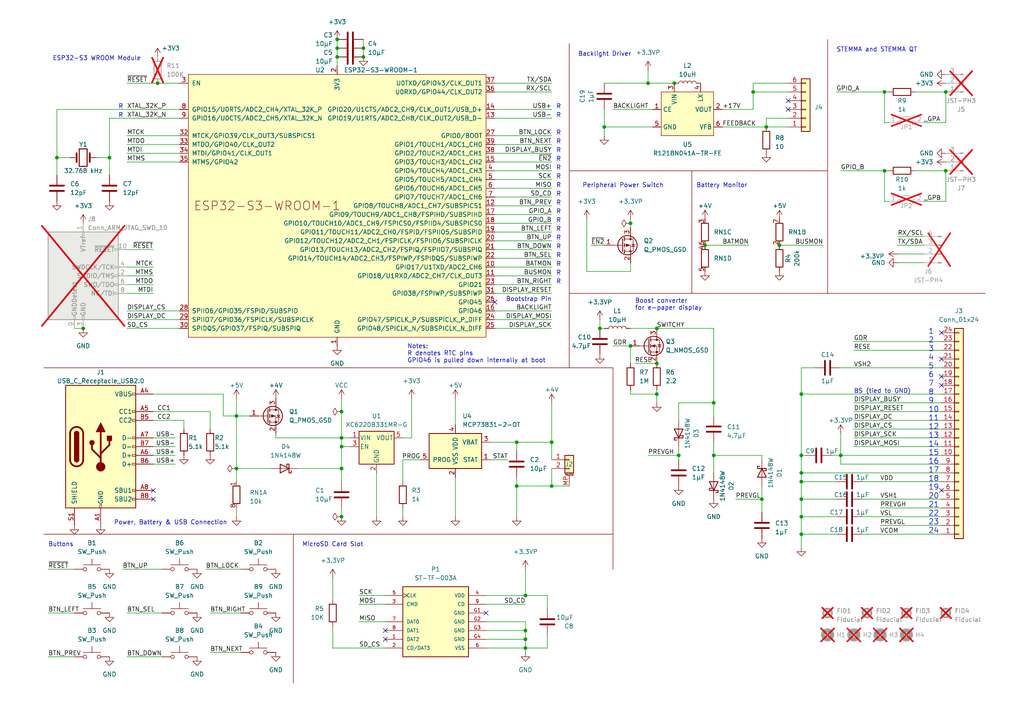
<source format=kicad_sch>
(kicad_sch (version 20231120) (generator "eeschema") (generator_version "8.0")
  (paper "A4")
  (title_block (title "The Open Book") (date "2022-11-08") (rev "00") (company "Oddly Specific Objects"))
  (junction (at 160.02 128.27))
  (junction (at 232.41 132.08))
  (junction (at 218.44 26.67))
  (junction (at 274.32 26.67))
  (junction (at 105.41 13.97))
  (junction (at 190.5 114.3))
  (junction (at 175.26 36.83))
  (junction (at 97.79 13.97))
  (junction (at 232.41 154.94))
  (junction (at 152.4 185.42))
  (junction (at 207.01 116.84))
  (junction (at 226.06 71.12))
  (junction (at 99.06 127))
  (junction (at 16.51 45.72))
  (junction (at 45.72 24.13))
  (junction (at 232.41 149.86))
  (junction (at 97.79 11.43))
  (junction (at 173.99 95.25))
  (junction (at 232.41 114.3))
  (junction (at 220.98 144.78))
  (junction (at 190.5 95.25))
  (junction (at 68.58 135.89))
  (junction (at 232.41 144.78))
  (junction (at 152.4 187.96))
  (junction (at 99.06 149.86))
  (junction (at 152.4 182.88))
  (junction (at 243.84 132.08))
  (junction (at 97.79 16.51))
  (junction (at 105.41 16.51))
  (junction (at 222.25 36.83))
  (junction (at 190.5 105.41))
  (junction (at 99.06 129.54))
  (junction (at 68.58 120.65))
  (junction (at 187.96 24.13))
  (junction (at 99.06 119.38))
  (junction (at 196.85 132.08))
  (junction (at 232.41 139.7))
  (junction (at 274.32 49.53))
  (junction (at 182.88 100.33))
  (junction (at 232.41 137.16))
  (junction (at 152.4 172.72))
  (junction (at 31.75 45.72))
  (junction (at 149.86 140.97))
  (junction (at 207.01 132.08))
  (junction (at 256.54 49.53))
  (junction (at 204.47 71.12))
  (junction (at 24.13 95.25))
  (junction (at 256.54 26.67))
  (junction (at 160.02 140.97))
  (junction (at 149.86 128.27))
  (junction (at 195.58 24.13))
  (junction (at 182.88 64.77))
  (junction (at 99.06 135.89))
  (no_connect (at 228.6 31.75))
  (no_connect (at 273.05 111.76))
  (no_connect (at 44.45 142.24))
  (no_connect (at 140.97 177.8))
  (no_connect (at 273.05 109.22))
  (no_connect (at 273.05 96.52))
  (no_connect (at 143.51 87.63))
  (no_connect (at 111.76 182.88))
  (no_connect (at 111.76 185.42))
  (no_connect (at 228.6 29.21))
  (no_connect (at 44.45 144.78))
  (no_connect (at 273.05 104.14))
  (no_connect (at 273.05 142.24))
  (wire (pts (xy 72.39 120.65) (xy 68.58 120.65)))
  (wire (pts (xy 96.52 187.96) (xy 111.76 187.96)))
  (wire (pts (xy 119.38 115.57) (xy 119.38 127)))
  (wire (pts (xy 256.54 58.42) (xy 256.54 49.53)))
  (wire (pts (xy 31.75 50.8) (xy 31.75 45.72)))
  (wire (pts (xy 44.45 82.55) (xy 36.83 82.55)))
  (wire (pts (xy 160.02 90.17) (xy 143.51 90.17)))
  (wire (pts (xy 64.77 120.65) (xy 68.58 120.65)))
  (wire (pts (xy 80.01 127) (xy 99.06 127)))
  (wire (pts (xy 13.97 165.1) (xy 21.59 165.1)))
  (wire (pts (xy 232.41 154.94) (xy 242.57 154.94)))
  (wire (pts (xy 250.19 149.86) (xy 273.05 149.86)))
  (wire (pts (xy 104.14 180.34) (xy 111.76 180.34)))
  (wire (pts (xy 86.36 135.89) (xy 99.06 135.89)))
  (wire (pts (xy 232.41 154.94) (xy 232.41 158.75)))
  (wire (pts (xy 105.41 11.43) (xy 105.41 13.97)))
  (wire (pts (xy 190.5 113.03) (xy 190.5 114.3)))
  (wire (pts (xy 175.26 36.83) (xy 189.23 36.83)))
  (polyline (pts (xy 177.8 106.68) (xy 177.8 154.94)) (stroke (width 0) (type solid) (color 132 0 0 1)))
  (wire (pts (xy 68.58 147.32) (xy 68.58 149.86)))
  (wire (pts (xy 140.97 187.96) (xy 152.4 187.96)))
  (wire (pts (xy 232.41 106.68) (xy 236.22 106.68)))
  (wire (pts (xy 158.75 187.96) (xy 152.4 187.96)))
  (wire (pts (xy 273.05 137.16) (xy 232.41 137.16)))
  (wire (pts (xy 232.41 144.78) (xy 242.57 144.78)))
  (wire (pts (xy 160.02 135.89) (xy 160.02 140.97)))
  (wire (pts (xy 247.65 121.92) (xy 273.05 121.92)))
  (wire (pts (xy 152.4 172.72) (xy 152.4 165.1)))
  (wire (pts (xy 160.02 31.75) (xy 143.51 31.75)))
  (wire (pts (xy 99.06 119.38) (xy 99.06 127)))
  (wire (pts (xy 171.45 71.12) (xy 175.26 71.12)))
  (wire (pts (xy 267.97 58.42) (xy 274.32 58.42)))
  (wire (pts (xy 207.01 137.16) (xy 207.01 132.08)))
  (wire (pts (xy 220.98 132.08) (xy 220.98 133.35)))
  (wire (pts (xy 60.96 177.8) (xy 69.85 177.8)))
  (wire (pts (xy 220.98 144.78) (xy 220.98 148.59)))
  (wire (pts (xy 247.65 127) (xy 273.05 127)))
  (wire (pts (xy 36.83 90.17) (xy 52.07 90.17)))
  (wire (pts (xy 247.65 119.38) (xy 273.05 119.38)))
  (wire (pts (xy 99.06 129.54) (xy 101.6 129.54)))
  (wire (pts (xy 177.8 31.75) (xy 189.23 31.75)))
  (polyline (pts (xy 165.1 85.09) (xy 240.03 85.09)) (stroke (width 0) (type solid) (color 132 0 0 1)))
  (wire (pts (xy 160.02 44.45) (xy 143.51 44.45)))
  (wire (pts (xy 260.35 71.12) (xy 267.97 71.12)))
  (wire (pts (xy 187.96 132.08) (xy 196.85 132.08)))
  (wire (pts (xy 158.75 172.72) (xy 152.4 172.72)))
  (polyline (pts (xy 85.09 154.94) (xy 85.09 198.12)) (stroke (width 0) (type solid) (color 132 0 0 1)))
  (polyline (pts (xy 165.1 12.7) (xy 165.1 106.68)) (stroke (width 0) (type solid) (color 132 0 0 1)))
  (wire (pts (xy 140.97 172.72) (xy 152.4 172.72)))
  (wire (pts (xy 256.54 35.56) (xy 257.81 35.56)))
  (wire (pts (xy 218.44 26.67) (xy 228.6 26.67)))
  (wire (pts (xy 222.25 36.83) (xy 228.6 36.83)))
  (wire (pts (xy 256.54 58.42) (xy 257.81 58.42)))
  (wire (pts (xy 160.02 39.37) (xy 143.51 39.37)))
  (wire (pts (xy 44.45 85.09) (xy 36.83 85.09)))
  (polyline (pts (xy 12.7 154.94) (xy 177.8 154.94)) (stroke (width 0) (type solid) (color 132 0 0 1)))
  (wire (pts (xy 96.52 181.61) (xy 96.52 187.96)))
  (polyline (pts (xy 177.8 154.94) (xy 177.8 165.1)) (stroke (width 0) (type solid) (color 132 0 0 1)))
  (wire (pts (xy 140.97 180.34) (xy 152.4 180.34)))
  (wire (pts (xy 232.41 114.3) (xy 273.05 114.3)))
  (wire (pts (xy 99.06 135.89) (xy 99.06 139.7)))
  (wire (pts (xy 218.44 31.75) (xy 218.44 26.67)))
  (wire (pts (xy 243.84 106.68) (xy 273.05 106.68)))
  (wire (pts (xy 233.68 132.08) (xy 232.41 132.08)))
  (wire (pts (xy 255.27 152.4) (xy 273.05 152.4)))
  (wire (pts (xy 68.58 120.65) (xy 68.58 135.89)))
  (wire (pts (xy 238.76 71.12) (xy 226.06 71.12)))
  (wire (pts (xy 99.06 129.54) (xy 99.06 135.89)))
  (wire (pts (xy 196.85 132.08) (xy 196.85 133.35)))
  (wire (pts (xy 99.06 127) (xy 99.06 129.54)))
  (wire (pts (xy 160.02 80.01) (xy 143.51 80.01)))
  (wire (pts (xy 187.96 20.32) (xy 187.96 24.13)))
  (wire (pts (xy 53.34 121.92) (xy 53.34 124.46)))
  (polyline (pts (xy 240.03 11.43) (xy 240.03 85.09)) (stroke (width 0) (type solid) (color 132 0 0 1)))
  (wire (pts (xy 160.02 116.84) (xy 160.02 128.27)))
  (wire (pts (xy 36.83 177.8) (xy 46.99 177.8)))
  (wire (pts (xy 68.58 135.89) (xy 68.58 139.7)))
  (wire (pts (xy 149.86 140.97) (xy 149.86 149.86)))
  (wire (pts (xy 36.83 46.99) (xy 52.07 46.99)))
  (wire (pts (xy 16.51 50.8) (xy 16.51 45.72)))
  (wire (pts (xy 158.75 184.15) (xy 158.75 187.96)))
  (wire (pts (xy 64.77 114.3) (xy 64.77 120.65)))
  (wire (pts (xy 247.65 99.06) (xy 273.05 99.06)))
  (wire (pts (xy 241.3 132.08) (xy 243.84 132.08)))
  (polyline (pts (xy 392.43 208.28) (xy 435.61 208.28)) (stroke (width 0) (type solid) (color 132 0 0 1)))
  (wire (pts (xy 232.41 149.86) (xy 242.57 149.86)))
  (wire (pts (xy 147.32 133.35) (xy 142.24 133.35)))
  (wire (pts (xy 182.88 114.3) (xy 190.5 114.3)))
  (wire (pts (xy 160.02 72.39) (xy 143.51 72.39)))
  (polyline (pts (xy 435.61 210.82) (xy 510.54 210.82)) (stroke (width 0) (type solid) (color 132 0 0 1)))
  (wire (pts (xy 45.72 24.13) (xy 36.83 24.13)))
  (wire (pts (xy 44.45 80.01) (xy 36.83 80.01)))
  (wire (pts (xy 96.52 167.64) (xy 96.52 173.99)))
  (wire (pts (xy 182.88 76.2) (xy 182.88 78.74)))
  (wire (pts (xy 16.51 31.75) (xy 16.51 45.72)))
  (wire (pts (xy 97.79 11.43) (xy 97.79 13.97)))
  (polyline (pts (xy 165.1 49.53) (xy 240.03 49.53)) (stroke (width 0) (type solid) (color 132 0 0 1)))
  (wire (pts (xy 187.96 24.13) (xy 195.58 24.13)))
  (wire (pts (xy 16.51 31.75) (xy 52.07 31.75)))
  (wire (pts (xy 152.4 175.26) (xy 140.97 175.26)))
  (wire (pts (xy 27.94 45.72) (xy 31.75 45.72)))
  (wire (pts (xy 267.97 35.56) (xy 274.32 35.56)))
  (wire (pts (xy 222.25 34.29) (xy 222.25 36.83)))
  (wire (pts (xy 232.41 106.68) (xy 232.41 114.3)))
  (wire (pts (xy 182.88 113.03) (xy 182.88 114.3)))
  (wire (pts (xy 160.02 59.69) (xy 143.51 59.69)))
  (wire (pts (xy 31.75 34.29) (xy 31.75 45.72)))
  (wire (pts (xy 68.58 115.57) (xy 68.58 120.65)))
  (wire (pts (xy 190.5 95.25) (xy 182.88 95.25)))
  (wire (pts (xy 209.55 31.75) (xy 218.44 31.75)))
  (wire (pts (xy 175.26 39.37) (xy 175.26 36.83)))
  (wire (pts (xy 149.86 130.81) (xy 149.86 128.27)))
  (wire (pts (xy 256.54 35.56) (xy 256.54 26.67)))
  (wire (pts (xy 44.45 72.39) (xy 36.83 72.39)))
  (wire (pts (xy 97.79 16.51) (xy 97.79 19.05)))
  (wire (pts (xy 116.84 133.35) (xy 121.92 133.35)))
  (wire (pts (xy 196.85 116.84) (xy 196.85 121.92)))
  (wire (pts (xy 52.07 24.13) (xy 45.72 24.13)))
  (wire (pts (xy 160.02 64.77) (xy 143.51 64.77)))
  (wire (pts (xy 152.4 187.96) (xy 152.4 189.23)))
  (wire (pts (xy 36.83 44.45) (xy 52.07 44.45)))
  (wire (pts (xy 247.65 101.6) (xy 273.05 101.6)))
  (wire (pts (xy 105.41 13.97) (xy 105.41 16.51)))
  (wire (pts (xy 50.8 134.62) (xy 44.45 134.62)))
  (wire (pts (xy 182.88 100.33) (xy 182.88 105.41)))
  (wire (pts (xy 35.56 165.1) (xy 46.99 165.1)))
  (wire (pts (xy 257.81 26.67) (xy 256.54 26.67)))
  (wire (pts (xy 16.51 45.72) (xy 20.32 45.72)))
  (wire (pts (xy 119.38 127) (xy 116.84 127)))
  (wire (pts (xy 97.79 13.97) (xy 97.79 16.51)))
  (wire (pts (xy 228.6 34.29) (xy 222.25 34.29)))
  (wire (pts (xy 232.41 149.86) (xy 232.41 154.94)))
  (wire (pts (xy 60.96 119.38) (xy 60.96 124.46)))
  (wire (pts (xy 182.88 63.5) (xy 182.88 64.77)))
  (wire (pts (xy 99.06 115.57) (xy 99.06 119.38)))
  (wire (pts (xy 274.32 35.56) (xy 274.32 26.67)))
  (polyline (pts (xy 12.7 106.68) (xy 177.8 106.68)) (stroke (width 0) (type solid) (color 132 0 0 1)))
  (wire (pts (xy 59.69 165.1) (xy 69.85 165.1)))
  (wire (pts (xy 250.19 154.94) (xy 273.05 154.94)))
  (wire (pts (xy 36.83 39.37) (xy 52.07 39.37)))
  (wire (pts (xy 50.8 129.54) (xy 44.45 129.54)))
  (wire (pts (xy 175.26 36.83) (xy 175.26 31.75)))
  (wire (pts (xy 243.84 132.08) (xy 243.84 125.73)))
  (wire (pts (xy 232.41 144.78) (xy 232.41 149.86)))
  (wire (pts (xy 190.5 114.3) (xy 190.5 116.84)))
  (wire (pts (xy 152.4 185.42) (xy 152.4 187.96)))
  (wire (pts (xy 109.22 149.86) (xy 109.22 137.16)))
  (wire (pts (xy 13.97 190.5) (xy 21.59 190.5)))
  (wire (pts (xy 149.86 128.27) (xy 142.24 128.27)))
  (wire (pts (xy 196.85 129.54) (xy 196.85 132.08)))
  (polyline (pts (xy 435.61 210.82) (xy 435.61 266.7)) (stroke (width 0) (type solid) (color 132 0 0 1)))
  (wire (pts (xy 132.08 149.86) (xy 132.08 138.43)))
  (wire (pts (xy 256.54 49.53) (xy 257.81 49.53)))
  (wire (pts (xy 242.57 26.67) (xy 256.54 26.67)))
  (wire (pts (xy 232.41 132.08) (xy 232.41 137.16)))
  (wire (pts (xy 207.01 116.84) (xy 207.01 120.65)))
  (wire (pts (xy 247.65 124.46) (xy 273.05 124.46)))
  (wire (pts (xy 247.65 116.84) (xy 273.05 116.84)))
  (wire (pts (xy 207.01 95.25) (xy 190.5 95.25)))
  (wire (pts (xy 274.32 58.42) (xy 274.32 49.53)))
  (wire (pts (xy 260.35 68.58) (xy 267.97 68.58)))
  (wire (pts (xy 177.8 100.33) (xy 182.88 100.33)))
  (wire (pts (xy 243.84 134.62) (xy 243.84 132.08)))
  (wire (pts (xy 104.14 175.26) (xy 111.76 175.26)))
  (wire (pts (xy 160.02 128.27) (xy 160.02 133.35)))
  (wire (pts (xy 250.19 144.78) (xy 273.05 144.78)))
  (wire (pts (xy 190.5 105.41) (xy 184.15 105.41)))
  (wire (pts (xy 217.17 71.12) (xy 204.47 71.12)))
  (wire (pts (xy 209.55 36.83) (xy 222.25 36.83)))
  (wire (pts (xy 104.14 172.72) (xy 111.76 172.72)))
  (wire (pts (xy 36.83 92.71) (xy 52.07 92.71)))
  (wire (pts (xy 218.44 26.67) (xy 218.44 24.13)))
  (wire (pts (xy 170.18 63.5) (xy 170.18 78.74)))
  (wire (pts (xy 213.36 144.78) (xy 220.98 144.78)))
  (wire (pts (xy 160.02 54.61) (xy 143.51 54.61)))
  (wire (pts (xy 160.02 34.29) (xy 143.51 34.29)))
  (wire (pts (xy 160.02 92.71) (xy 143.51 92.71)))
  (wire (pts (xy 160.02 77.47) (xy 143.51 77.47)))
  (wire (pts (xy 160.02 57.15) (xy 143.51 57.15)))
  (wire (pts (xy 152.4 180.34) (xy 152.4 182.88)))
  (wire (pts (xy 160.02 41.91) (xy 143.51 41.91)))
  (wire (pts (xy 207.01 116.84) (xy 207.01 95.25)))
  (wire (pts (xy 44.45 121.92) (xy 53.34 121.92)))
  (wire (pts (xy 218.44 24.13) (xy 228.6 24.13)))
  (wire (pts (xy 160.02 85.09) (xy 143.51 85.09)))
  (wire (pts (xy 265.43 49.53) (xy 274.32 49.53)))
  (wire (pts (xy 160.02 67.31) (xy 143.51 67.31)))
  (wire (pts (xy 13.97 177.8) (xy 21.59 177.8)))
  (wire (pts (xy 160.02 82.55) (xy 143.51 82.55)))
  (wire (pts (xy 36.83 41.91) (xy 52.07 41.91)))
  (wire (pts (xy 116.84 139.7) (xy 116.84 133.35)))
  (wire (pts (xy 173.99 95.25) (xy 175.26 95.25)))
  (wire (pts (xy 149.86 128.27) (xy 160.02 128.27)))
  (wire (pts (xy 160.02 49.53) (xy 143.51 49.53)))
  (polyline (pts (xy 200.66 49.53) (xy 200.66 85.09)) (stroke (width 0) (type solid) (color 132 0 0 1)))
  (wire (pts (xy 160.02 46.99) (xy 143.51 46.99)))
  (wire (pts (xy 152.4 182.88) (xy 152.4 185.42)))
  (wire (pts (xy 36.83 190.5) (xy 46.99 190.5)))
  (wire (pts (xy 80.01 127) (xy 80.01 125.73)))
  (wire (pts (xy 160.02 24.13) (xy 143.51 24.13)))
  (wire (pts (xy 243.84 132.08) (xy 273.05 132.08)))
  (wire (pts (xy 31.75 34.29) (xy 52.07 34.29)))
  (wire (pts (xy 232.41 137.16) (xy 232.41 139.7)))
  (wire (pts (xy 78.74 135.89) (xy 68.58 135.89)))
  (polyline (pts (xy 468.63 210.82) (xy 468.63 266.7)) (stroke (width 0) (type solid) (color 132 0 0 1)))
  (wire (pts (xy 265.43 26.67) (xy 274.32 26.67)))
  (wire (pts (xy 160.02 140.97) (xy 165.1 140.97)))
  (wire (pts (xy 21.59 95.25) (xy 24.13 95.25)))
  (wire (pts (xy 255.27 147.32) (xy 273.05 147.32)))
  (wire (pts (xy 232.41 139.7) (xy 232.41 144.78)))
  (wire (pts (xy 132.08 115.57) (xy 132.08 123.19)))
  (wire (pts (xy 160.02 26.67) (xy 143.51 26.67)))
  (wire (pts (xy 273.05 134.62) (xy 243.84 134.62)))
  (wire (pts (xy 182.88 64.77) (xy 182.88 66.04)))
  (wire (pts (xy 220.98 132.08) (xy 207.01 132.08)))
  (wire (pts (xy 160.02 74.93) (xy 143.51 74.93)))
  (wire (pts (xy 160.02 95.25) (xy 143.51 95.25)))
  (wire (pts (xy 116.84 147.32) (xy 116.84 149.86)))
  (wire (pts (xy 158.75 176.53) (xy 158.75 172.72)))
  (wire (pts (xy 50.8 127) (xy 44.45 127)))
  (wire (pts (xy 196.85 116.84) (xy 207.01 116.84)))
  (wire (pts (xy 220.98 140.97) (xy 220.98 144.78)))
  (wire (pts (xy 160.02 62.23) (xy 143.51 62.23)))
  (wire (pts (xy 160.02 69.85) (xy 143.51 69.85)))
  (wire (pts (xy 140.97 185.42) (xy 152.4 185.42)))
  (polyline (pts (xy 240.03 85.09) (xy 285.75 85.09)) (stroke (width 0) (type solid) (color 132 0 0 1)))
  (wire (pts (xy 140.97 182.88) (xy 152.4 182.88)))
  (wire (pts (xy 260.35 76.2) (xy 267.97 76.2)))
  (wire (pts (xy 232.41 139.7) (xy 242.57 139.7)))
  (wire (pts (xy 50.8 132.08) (xy 44.45 132.08)))
  (wire (pts (xy 44.45 77.47) (xy 36.83 77.47)))
  (wire (pts (xy 175.26 24.13) (xy 187.96 24.13)))
  (wire (pts (xy 149.86 140.97) (xy 160.02 140.97)))
  (wire (pts (xy 44.45 114.3) (xy 64.77 114.3)))
  (wire (pts (xy 173.99 92.71) (xy 173.99 95.25)))
  (wire (pts (xy 250.19 139.7) (xy 273.05 139.7)))
  (polyline (pts (xy 435.61 160.02) (xy 435.61 210.82)) (stroke (width 0) (type solid) (color 132 0 0 1)))
  (wire (pts (xy 260.35 73.66) (xy 267.97 73.66)))
  (wire (pts (xy 149.86 138.43) (xy 149.86 140.97)))
  (wire (pts (xy 243.84 49.53) (xy 256.54 49.53)))
  (wire (pts (xy 60.96 189.23) (xy 69.85 189.23)))
  (wire (pts (xy 99.06 127) (xy 101.6 127)))
  (wire (pts (xy 247.65 129.54) (xy 273.05 129.54)))
  (wire (pts (xy 182.88 78.74) (xy 170.18 78.74)))
  (wire (pts (xy 160.02 52.07) (xy 143.51 52.07)))
  (wire (pts (xy 44.45 119.38) (xy 60.96 119.38)))
  (wire (pts (xy 207.01 128.27) (xy 207.01 132.08)))
  (wire (pts (xy 99.06 149.86) (xy 99.06 147.32)))
  (wire (pts (xy 36.83 95.25) (xy 52.07 95.25)))
  (wire (pts (xy 232.41 114.3) (xy 232.41 132.08)))
  (text "R" (at 161.29 34.29 0) (effects (font (size 1.27 1.27)) (justify left bottom)))
  (text "Backlight Driver" (at 167.64 16.51 0) (effects (font (size 1.27 1.27)) (justify left bottom)))
  (text "R" (at 161.29 46.99 0) (effects (font (size 1.27 1.27)) (justify left bottom)))
  (text "STEMMA and STEMMA QT" (at 242.57 15.24 0) (effects (font (size 1.27 1.27)) (justify left bottom)))
  (text "R" (at 161.29 44.45 0) (effects (font (size 1.27 1.27)) (justify left bottom)))
  (text "R" (at 161.29 49.53 0) (effects (font (size 1.27 1.27)) (justify left bottom)))
  (text "Notes:\nR denotes RTC pins\nGPIO46 is pulled down internally at boot" (at 118.11 105.41 0) (effects (font (size 1.27 1.27)) (justify left bottom)))
  (text "R" (at 161.29 67.31 0) (effects (font (size 1.27 1.27)) (justify left bottom)))
  (text "Peripheral Power Switch" (at 168.91 54.61 0) (effects (font (size 1.27 1.27)) (justify left bottom)))
  (text "Power, Battery & USB Connection" (at 33.02 152.4 0) (effects (font (size 1.27 1.27)) (justify left bottom)))
  (text "R" (at 161.29 59.69 0) (effects (font (size 1.27 1.27)) (justify left bottom)))
  (text "R" (at 161.29 80.01 0) (effects (font (size 1.27 1.27)) (justify left bottom)))
  (text "1\n2\n3\n4\n5\n6\n7\n8\n9\n10\n11\n12\n13\n14\n15\n16\n17\n18\n19\n20\n21\n22\n23\n24" (at 269.24 154.94 0) (effects (font (size 1.56 1.56)) (justify left bottom)))
  (text "Buttons" (at 13.97 158.75 0) (effects (font (size 1.27 1.27)) (justify left bottom)))
  (text "ESP32-S3 WROOM Module" (at 15.24 17.78 0) (effects (font (size 1.27 1.27)) (justify left bottom)))
  (text "R" (at 161.29 57.15 0) (effects (font (size 1.27 1.27)) (justify left bottom)))
  (text "R" (at 161.29 62.23 0) (effects (font (size 1.27 1.27)) (justify left bottom)))
  (text "R" (at 161.29 69.85 0) (effects (font (size 1.27 1.27)) (justify left bottom)))
  (text "R" (at 161.29 77.47 0) (effects (font (size 1.27 1.27)) (justify left bottom)))
  (text "R" (at 34.29 34.29 0) (effects (font (size 1.27 1.27)) (justify left bottom)))
  (text "R" (at 34.29 31.75 0) (effects (font (size 1.27 1.27)) (justify left bottom)))
  (text "R" (at 161.29 74.93 0) (effects (font (size 1.27 1.27)) (justify left bottom)))
  (text "MicroSD Card Slot" (at 87.63 158.75 0) (effects (font (size 1.27 1.27)) (justify left bottom)))
  (text "R" (at 161.29 54.61 0) (effects (font (size 1.27 1.27)) (justify left bottom)))
  (text "R" (at 161.29 52.07 0) (effects (font (size 1.27 1.27)) (justify left bottom)))
  (text "BS (tied to GND)" (at 247.65 114.3 0) (effects (font (size 1.27 1.27)) (justify left bottom)))
  (text "R" (at 161.29 82.55 0) (effects (font (size 1.27 1.27)) (justify left bottom)))
  (text "R" (at 161.29 31.75 0) (effects (font (size 1.27 1.27)) (justify left bottom)))
  (text "R" (at 161.29 39.37 0) (effects (font (size 1.27 1.27)) (justify left bottom)))
  (text "R" (at 161.29 41.91 0) (effects (font (size 1.27 1.27)) (justify left bottom)))
  (text "Bootstrap Pin" (at 160.02 87.63 0) (effects (font (size 1.27 1.27)) (justify right bottom)))
  (text "Battery Monitor" (at 201.93 54.61 0) (effects (font (size 1.27 1.27)) (justify left bottom)))
  (text "Boost converter\nfor e-paper display" (at 184.15 90.17 0) (effects (font (size 1.27 1.27)) (justify left bottom)))
  (text "R" (at 161.29 64.77 0) (effects (font (size 1.27 1.27)) (justify left bottom)))
  (text "R" (at 161.29 72.39 0) (effects (font (size 1.27 1.27)) (justify left bottom)))
  (label "DISPLAY_MOSI" (at 247.65 129.54 0))
  (label "CC2" (at 49.53 121.92 180))
  (label "SWITCHY" (at 190.5 95.25 0))
  (label "GPIO_B" (at 243.84 49.53 0))
  (label "+17V" (at 209.55 31.75 0))
  (label "RX{slash}SCL" (at 260.35 68.58 0))
  (label "BTN_SEL" (at 160.02 74.93 180))
  (label "BTN_LOCK" (at 59.69 165.1 0))
  (label "GPIO_A" (at 160.02 62.23 180))
  (label "USB+" (at 50.8 132.08 180))
  (label "BTN_RIGHT" (at 60.96 177.8 0))
  (label "BTN_SEL" (at 36.83 177.8 0))
  (label "DISPLAY_SCK" (at 160.02 95.25 180))
  (label "SD_CS" (at 104.14 187.96 0))
  (label "BTN_NEXT" (at 60.96 189.23 0))
  (label "MOSI" (at 104.14 175.26 0))
  (label "MTCK" (at 36.83 39.37 0))
  (label "MISO" (at 104.14 180.34 0))
  (label "BTN_NEXT" (at 160.02 41.91 180))
  (label "PROG" (at 121.92 133.35 180))
  (label "RESE" (at 247.65 101.6 0))
  (label "SCK" (at 104.14 172.72 0))
  (label "VSH1" (at 255.27 144.78 0))
  (label "DISPLAY_SCK" (at 247.65 127 0))
  (label "TX{slash}SDA" (at 260.35 71.12 0))
  (label "USB+" (at 50.8 134.62 180))
  (label "FEEDBACK" (at 209.55 36.83 0))
  (label "BTN_UP" (at 160.02 69.85 180))
  (label "MTMS" (at 44.45 80.01 180))
  (label "USB+" (at 160.02 31.75 180))
  (label "DISPLAY_RESET" (at 160.02 85.09 180))
  (label "CC1" (at 49.53 119.38 180))
  (label "SD_CS" (at 36.83 95.25 0))
  (label "GDR" (at 177.8 100.33 0))
  (label "DISPLAY_RESET" (at 247.65 119.38 0))
  (label "GPIO_B" (at 160.02 64.77 180))
  (label "VSH2" (at 247.65 106.68 0))
  (label "GDR" (at 247.65 99.06 0))
  (label "MTDI" (at 36.83 44.45 0))
  (label "BTN_DOWN" (at 160.02 72.39 180))
  (label "VSL" (at 255.27 149.86 0))
  (label "BATMON" (at 217.17 71.12 180))
  (label "BTN_RIGHT" (at 160.02 82.55 180))
  (label "MTDO" (at 44.45 82.55 180))
  (label "MTMS" (at 36.83 46.99 0))
  (label "MOSI" (at 160.02 49.53 180))
  (label "_GPB" (at 267.97 58.42 0))
  (label "~{EN2}" (at 160.02 46.99 180))
  (label "DISPLAY_CS" (at 247.65 124.46 0))
  (label "_GPA" (at 267.97 35.56 0))
  (label "USB-" (at 50.8 129.54 180))
  (label "BUSMON" (at 160.02 80.01 180))
  (label "USB-" (at 160.02 34.29 180))
  (label "BTN_LEFT" (at 13.97 177.8 0))
  (label "MTCK" (at 44.45 77.47 180))
  (label "~{RESET}" (at 36.83 24.13 0))
  (label "SD_CD" (at 160.02 57.15 180))
  (label "SCK" (at 160.02 52.07 180))
  (label "BTN_LEFT" (at 160.02 67.31 180))
  (label "~{EN2}" (at 171.45 71.12 0))
  (label "BTN_LOCK" (at 160.02 39.37 180))
  (label "BTN_UP" (at 35.56 165.1 0))
  (label "RESE" (at 184.15 105.41 0))
  (label "PREVGL" (at 213.36 144.78 0))
  (label "TX{slash}SDA" (at 160.02 24.13 180))
  (label "MISO" (at 160.02 54.61 180))
  (label "USB-" (at 50.8 127 180))
  (label "GPIO_A" (at 242.57 26.67 0))
  (label "SD_CD" (at 152.4 175.26 180))
  (label "BTN_PREV" (at 160.02 59.69 180))
  (label "BACKLIGHT" (at 177.8 31.75 0))
  (label "DISPLAY_BUSY" (at 160.02 44.45 180))
  (label "~{RESET}" (at 44.45 72.39 180))
  (label "RX{slash}SCL" (at 160.02 26.67 180))
  (label "VCOM" (at 255.27 154.94 0))
  (label "DISPLAY_CS" (at 36.83 90.17 0))
  (label "PREVGL" (at 255.27 152.4 0))
  (label "XTAL_32K_N" (at 36.83 34.29 0))
  (label "BUSMON" (at 238.76 71.12 180))
  (label "STAT" (at 147.32 133.35 180))
  (label "XTAL_32K_P" (at 36.83 31.75 0))
  (label "PREVGH" (at 187.96 132.08 0))
  (label "~{RESET}" (at 13.97 165.1 0))
  (label "BTN_PREV" (at 13.97 190.5 0))
  (label "DISPLAY_MOSI" (at 160.02 92.71 180))
  (label "VDD" (at 255.27 139.7 0))
  (label "BTN_DOWN" (at 36.83 190.5 0))
  (label "MTDO" (at 36.83 41.91 0))
  (label "DISPLAY_DC" (at 247.65 121.92 0))
  (label "BATMON" (at 160.02 77.47 180))
  (label "BACKLIGHT" (at 160.02 90.17 180))
  (label "MTDI" (at 44.45 85.09 180))
  (label "DISPLAY_BUSY" (at 247.65 116.84 0))
  (label "PREVGH" (at 255.27 147.32 0))
  (label "DISPLAY_DC" (at 36.83 92.71 0))
  (symbol (lib_id "Connector:Conn_01x04_Male") (at 273.05 73.66 180) (unit 1) (dnp yes)
    (property "Reference" "J6" (at 269.24 78.74 0))
    (property "Value" "JST-PH4" (at 269.24 81.28 0))
    (property "Footprint" "Connector_JST:JST_SH_SM04B-SRSS-TB_1x04-1MP_P1.00mm_Horizontal" (effects (hide yes)))
  )
  (symbol (lib_id "power:GND") (at 29.21 152.4 0) (unit 1)
    (property "Reference" "#PWR023" (effects (hide yes)))
    (property "Value" "GND" (effects (hide yes)))
  )
  (symbol (lib_id "power:GND") (at 21.59 152.4 0) (unit 1)
    (property "Reference" "#PWR022" (effects (hide yes)))
    (property "Value" "GND" (effects (hide yes)))
  )
  (symbol (lib_id "power:GND") (at 190.5 116.84 0) (unit 1)
    (property "Reference" "#PWR0131" (effects (hide yes)))
    (property "Value" "GND" (effects (hide yes)))
  )
  (symbol (lib_id "power:GND") (at 232.41 158.75 0) (unit 1)
    (property "Reference" "#PWR0141" (effects (hide yes)))
    (property "Value" "GND" (effects (hide yes)))
  )
  (symbol (lib_id "Mechanical:Fiducial") (at 274.32 177.8 0) (unit 1) (in_bom no) (dnp yes)
    (property "Reference" "FID4" (at 276.86 177.165 0) (effects (justify left)))
    (property "Value" "Fiducial" (at 276.86 179.705 0) (effects (justify left)))
    (property "Footprint" "Fiducial:Fiducial_1mm_Mask2mm" (effects (hide yes)))
  )
  (symbol (lib_id "Device:R") (at 53.34 128.27 0) (unit 1)
    (property "Reference" "R1" (at 54.61 127 0) (effects (justify left)))
    (property "Value" "5.1k" (at 54.61 129.54 0) (effects (justify left)))
    (property "Footprint" "Resistor_SMD:R_0805_2012Metric" (effects (hide yes)))
    (property "JLCPCB" "C27834" (effects (hide yes)))
  )
  (symbol (lib_id "power:GND") (at 31.75 165.1 0) (unit 1)
    (property "Reference" "#PWR0154" (effects (hide yes)))
    (property "Value" "GND" (at 31.75 170.18 0))
  )
  (symbol (lib_id "power:GND") (at 220.98 156.21 0) (unit 1)
    (property "Reference" "#PWR031" (effects (hide yes)))
    (property "Value" "GND" (at 220.98 161.29 0))
  )
  (symbol (lib_id "Connector:USB_C_Receptacle_USB2.0") (at 29.21 129.54 0) (unit 1)
    (property "Reference" "J1" (at 29.21 107.95 0))
    (property "Value" "USB_C_Receptacle_USB2.0" (at 29.21 110.49 0))
    (property "Footprint" "Connector_USB:USB_C_Receptacle_HRO_TYPE-C-31-M-12" (effects (hide yes)))
    (property "Datasheet" "https://www.usb.org/sites/default/files/documents/usb_type-c.zip" (effects (hide yes)))
    (property "JLCPCB" "C165948" (effects (hide yes)))
  )
  (symbol (lib_id "power:GND") (at 16.51 58.42 0) (unit 1)
    (property "Reference" "#PWR06" (effects (hide yes)))
    (property "Value" "GND" (effects (hide yes)))
  )
  (symbol (lib_id "Connector_Generic_MountingPin:Conn_01x02_MountingPin") (at 165.1 133.35 0) (unit 1)
    (property "Reference" "J2" (at 163.83 134.62 0) (effects (justify left)))
    (property "Value" "Conn_01x02_MountingPin" (effects (hide yes)))
    (property "Footprint" "Connector_Molex:Molex_PicoBlade_53261-0271_1x02-1MP_P1.25mm_Horizontal" (effects (hide yes)))
    (property "JLCPCB" "C177225" (effects (hide yes)))
  )
  (symbol (lib_id "Device:C") (at 175.26 27.94 180) (unit 1)
    (property "Reference" "C19" (at 168.91 27.94 90))
    (property "Value" "1µF" (at 171.45 27.94 90))
    (property "Footprint" "Capacitor_SMD:C_0805_2012Metric" (effects (hide yes)))
    (property "JLCPCB" "C28323" (effects (hide yes)))
  )
  (symbol (lib_id "power:GND") (at 97.79 100.33 0) (unit 1)
    (property "Reference" "#PWR04" (effects (hide yes)))
    (property "Value" "GND" (at 97.79 105.41 0))
  )
  (symbol (lib_id "Connector_Generic:Conn_01x06") (at 233.68 31.75 0) (mirror x) (unit 1)
    (property "Reference" "J4" (at 236.22 31.115 0) (effects (justify left)))
    (property "Value" "Conn_01x06" (effects (hide yes)))
    (property "Footprint" "Connector_FFC-FPC:TE_0-1734839-6_1x06-1MP_P0.5mm_Horizontal" (effects (hide yes)))
    (property "JLCPCB" "C7465444" (effects (hide yes)))
  )
  (symbol (lib_id "Device:R") (at 45.72 20.32 0) (unit 1) (in_bom no) (dnp yes)
    (property "Reference" "R11" (at 48.26 19.0499 0) (effects (justify left)))
    (property "Value" "100K" (at 48.26 21.5899 0) (effects (justify left)))
    (property "Footprint" "Resistor_SMD:R_0805_2012Metric" (effects (hide yes)))
  )
  (symbol (lib_id "Mechanical:Fiducial") (at 262.89 177.8 0) (unit 1) (in_bom no) (dnp yes)
    (property "Reference" "FID3" (at 265.43 177.165 0) (effects (justify left)))
    (property "Value" "Fiducial" (at 265.43 179.705 0) (effects (justify left)))
    (property "Footprint" "Fiducial:Fiducial_1mm_Mask2mm" (effects (hide yes)))
  )
  (symbol (lib_id "power:+3.3V") (at 170.18 63.5 0) (unit 1)
    (property "Reference" "#PWR02" (effects (hide yes)))
    (property "Value" "+3V3" (at 170.18 58.42 0))
  )
  (symbol (lib_id "Device:C") (at 246.38 149.86 90) (unit 1)
    (property "Reference" "C17" (at 242.57 148.59 90))
    (property "Value" "1µF" (at 250.19 148.59 90))
    (property "Footprint" "Capacitor_SMD:C_0805_2012Metric" (effects (hide yes)))
    (property "JLCPCB" "C28323" (effects (hide yes)))
  )
  (symbol (lib_id "Device:C") (at 237.49 132.08 90) (unit 1)
    (property "Reference" "C9" (at 234.95 130.81 90))
    (property "Value" "1µF" (at 241.3 130.81 90))
    (property "Footprint" "Capacitor_SMD:C_0805_2012Metric" (effects (hide yes)))
    (property "JLCPCB" "C28323" (effects (hide yes)))
  )
  (symbol (lib_id "Device:R") (at 96.52 177.8 0) (mirror x) (unit 1)
    (property "Reference" "R5" (at 93.98 176.5299 0) (effects (justify right)))
    (property "Value" "10K" (at 93.98 179.0699 0) (effects (justify right)))
    (property "Footprint" "Resistor_SMD:R_0805_2012Metric" (effects (hide yes)))
    (property "JLCPCB" "C17414" (effects (hide yes)))
  )
  (symbol (lib_id "power:+3.3V") (at 45.72 16.51 0) (unit 1)
    (property "Reference" "#PWR036" (effects (hide yes)))
    (property "Value" "+3V3" (at 49.53 13.97 0))
  )
  (symbol (lib_id "power:GND") (at 175.26 39.37 0) (unit 1)
    (property "Reference" "#PWR025" (effects (hide yes)))
    (property "Value" "GND" (effects (hide yes)))
  )
  (symbol (lib_id "power:+4V") (at 80.01 115.57 0) (unit 1)
    (property "Reference" "#PWR09" (effects (hide yes)))
    (property "Value" "+4V" (at 80.01 111.76 0))
  )
  (symbol (lib_id "power:+3.3VP") (at 187.96 20.32 0) (unit 1)
    (property "Reference" "#PWR028" (effects (hide yes)))
    (property "Value" "+3.3VP" (at 187.96 15.24 0))
  )
  (symbol (lib_id "Device:Q_PMOS_GSD") (at 180.34 71.12 0) (unit 1)
    (property "Reference" "Q2" (at 186.69 69.8499 0) (effects (justify left)))
    (property "Value" "Q_PMOS_GSD" (at 186.69 72.3899 0) (effects (justify left)))
    (property "Footprint" "Package_TO_SOT_SMD:SOT-23" (effects (hide yes)))
    (property "JLCPCB" "C15127" (effects (hide yes)))
  )
  (symbol (lib_id "power:+3.3VP") (at 152.4 165.1 0) (unit 1)
    (property "Reference" "#PWR0129" (effects (hide yes)))
    (property "Value" "+3.3VP" (at 152.4 160.02 0))
  )
  (symbol (lib_id "power:+3.3V") (at 119.38 115.57 0) (unit 1)
    (property "Reference" "#PWR011" (effects (hide yes)))
    (property "Value" "+3V3" (at 119.38 110.49 0))
  )
  (symbol (lib_id "Device:R_Pack04_Split") (at 226.06 67.31 0) (unit 2)
    (property "Reference" "RN1" (at 228.6 67.31 0) (effects (justify left)))
    (property "Value" "10k" (effects (hide yes)))
    (property "Footprint" "Resistor_SMD:R_Array_Concave_4x0603" (effects (hide yes)))
    (property "JLCPCB" "C29718" (effects (hide yes)))
  )
  (symbol (lib_id "Device:C") (at 101.6 13.97 90) (unit 1)
    (property "Reference" "C4" (at 106.68 12.7 90) (effects (justify right)))
    (property "Value" "10µF" (at 106.68 15.24 90) (effects (justify right)))
    (property "Footprint" "Capacitor_SMD:C_1206_3216Metric" (effects (hide yes)))
    (property "JLCPCB" "C13585" (effects (hide yes)))
  )
  (symbol (lib_id "Mechanical:MountingHole") (at 255.27 184.15 0) (unit 1) (dnp yes)
    (property "Reference" "H3" (at 257.81 184.15 0) (effects (justify left)))
    (property "Value" "MountingHole" (effects (hide yes)))
    (property "Footprint" "MountingHole:MountingHole_2.7mm_M2.5" (effects (hide yes)))
  )
  (symbol (lib_id "power:PWR_FLAG") (at 99.06 119.38 90) (unit 1)
    (property "Reference" "#FLG01" (effects (hide yes)))
    (property "Value" "PWR_FLAG" (effects (hide yes)))
  )
  (symbol (lib_id "Switch:SW_Push") (at 52.07 177.8 0) (unit 1)
    (property "Reference" "B7" (at 52.07 170.18 0))
    (property "Value" "SW_Push" (at 52.07 172.72 0))
    (property "Footprint" "Keypad:SW_Push_1P1T_XKB_TS-1187A-Silicon-Hybrid" (effects (hide yes)))
    (property "Datasheet" "https://www.lcsc.com/datasheet/lcsc_datasheet_2304140030_XKB-Connection-TS-1187A-B-A-B_C318884.pdf" (effects (hide yes)))
    (property "JLCPCB" "C318884" (effects (hide yes)))
  )
  (symbol (lib_id "Device:C") (at 246.38 139.7 90) (unit 1)
    (property "Reference" "C15" (at 243.84 138.43 90))
    (property "Value" "1µF" (at 250.19 138.43 90))
    (property "Footprint" "Capacitor_SMD:C_0805_2012Metric" (effects (hide yes)))
    (property "JLCPCB" "C28323" (effects (hide yes)))
  )
  (symbol (lib_id "Device:R") (at 261.62 49.53 90) (unit 1)
    (property "Reference" "R10" (at 261.62 52.07 90))
    (property "Value" "1k" (at 261.62 54.61 90))
    (property "Footprint" "Resistor_SMD:R_0805_2012Metric" (effects (hide yes)))
    (property "JLCPCB" "C17513" (effects (hide yes)))
  )
  (symbol (lib_id "power:GND") (at 149.86 149.86 0) (unit 1)
    (property "Reference" "#PWR0126" (effects (hide yes)))
    (property "Value" "GND" (effects (hide yes)))
  )
  (symbol (lib_id "Device:C") (at 149.86 134.62 0) (unit 1)
    (property "Reference" "C2" (at 153.67 133.3499 0) (effects (justify left)))
    (property "Value" "10µF" (at 153.67 135.8899 0) (effects (justify left)))
    (property "Footprint" "Capacitor_SMD:C_1206_3216Metric" (effects (hide yes)))
    (property "JLCPCB" "C13585" (effects (hide yes)))
  )
  (symbol (lib_id "Mechanical:Fiducial") (at 251.46 177.8 0) (unit 1) (in_bom no) (dnp yes)
    (property "Reference" "FID2" (at 254 177.165 0) (effects (justify left)))
    (property "Value" "Fiducial" (at 254 179.705 0) (effects (justify left)))
    (property "Footprint" "Fiducial:Fiducial_1mm_Mask2mm" (effects (hide yes)))
  )
  (symbol (lib_id "power:GND") (at 105.41 16.51 0) (unit 1)
    (property "Reference" "#PWR021" (effects (hide yes)))
    (property "Value" "GND" (effects (hide yes)))
  )
  (symbol (lib_id "Switch:SW_Push") (at 74.93 165.1 0) (unit 1)
    (property "Reference" "B2" (at 74.93 157.48 0))
    (property "Value" "SW_Push" (at 74.93 160.02 0))
    (property "Footprint" "Button_Switch_SMD:Panasonic_EVQPUJ_EVQPUA" (effects (hide yes)))
    (property "JLCPCB" "C128539" (effects (hide yes)))
  )
  (symbol (lib_id "Jumper:Jumper_2_Open") (at 262.89 35.56 0) (unit 1) (dnp yes)
    (property "Reference" "JP1" (at 262.89 36.83 0))
    (property "Value" "Jumper_2_Open" (effects (hide yes)))
    (property "Footprint" "Jumper:SolderJumper-2_P1.3mm_Open_TrianglePad1.0x1.5mm" (effects (hide yes)))
  )
  (symbol (lib_id "power:GND") (at 152.4 189.23 0) (unit 1)
    (property "Reference" "#PWR0116" (effects (hide yes)))
    (property "Value" "GND" (at 152.4 194.31 0))
  )
  (symbol (lib_id "Device:R_Pack04_Split") (at 68.58 143.51 180) (unit 1)
    (property "Reference" "RN1" (at 72.39 142.875 0) (effects (justify right)))
    (property "Value" "10k" (at 72.39 145.415 0) (effects (justify right)))
    (property "Footprint" "Resistor_SMD:R_Array_Concave_4x0603" (effects (hide yes)))
    (property "JLCPCB" "C29718" (effects (hide yes)))
  )
  (symbol (lib_id "power:GND") (at 57.15 190.5 0) (unit 1)
    (property "Reference" "#PWR0138" (effects (hide yes)))
    (property "Value" "GND" (at 57.15 195.58 0))
  )
  (symbol (lib_id "Device:Q_PMOS_GSD") (at 77.47 120.65 0) (unit 1)
    (property "Reference" "Q1" (at 83.82 119.3799 0) (effects (justify left)))
    (property "Value" "Q_PMOS_GSD" (at 83.82 121.9199 0) (effects (justify left)))
    (property "Footprint" "Package_TO_SOT_SMD:SOT-23" (effects (hide yes)))
    (property "Datasheet" "https://www.lcsc.com/datasheet/lcsc_datasheet_1810171817_Alpha---Omega-Semicon-AO3401A_C15127.pdf" (effects (hide yes)))
    (property "JLCPCB" "C15127" (effects (hide yes)))
  )
  (symbol (lib_id "power:+3.3VP") (at 96.52 167.64 0) (unit 1)
    (property "Reference" "#PWR0135" (effects (hide yes)))
    (property "Value" "+3.3VP" (at 96.52 162.56 0))
  )
  (symbol (lib_id "Device:C") (at 101.6 11.43 90) (unit 1)
    (property "Reference" "C3" (at 96.52 10.16 90) (effects (justify left)))
    (property "Value" "10µF" (at 96.52 12.7 90) (effects (justify left)))
    (property "Footprint" "Capacitor_SMD:C_1206_3216Metric" (effects (hide yes)))
    (property "JLCPCB" "C13585" (effects (hide yes)))
  )
  (symbol (lib_id "Device:C") (at 101.6 16.51 90) (unit 1)
    (property "Reference" "C5" (at 96.52 15.24 90) (effects (justify left)))
    (property "Value" "10µF" (at 96.52 17.78 90) (effects (justify left)))
    (property "Footprint" "Capacitor_SMD:C_1206_3216Metric" (effects (hide yes)))
    (property "JLCPCB" "C13585" (effects (hide yes)))
  )
  (symbol (lib_id "power:+3.3V") (at 274.32 46.99 90) (unit 1)
    (property "Reference" "#PWR0120" (effects (hide yes)))
    (property "Value" "+3V3" (at 265.43 46.99 90) (effects (justify right)))
  )
  (symbol (lib_id "Device:C") (at 196.85 137.16 0) (unit 1)
    (property "Reference" "C12" (at 200.66 135.8899 0) (effects (justify left)))
    (property "Value" "1µF" (at 200.66 138.4299 0) (effects (justify left)))
    (property "Footprint" "Capacitor_SMD:C_0805_2012Metric" (effects (hide yes)))
    (property "JLCPCB" "C28323" (effects (hide yes)))
  )
  (symbol (lib_id "Battery_Management:MCP73831-2-OT") (at 132.08 130.81 0) (unit 1)
    (property "Reference" "U4" (at 134.0994 120.65 0) (effects (justify left)))
    (property "Value" "MCP73831-2-OT" (at 134.0994 123.19 0) (effects (justify left)))
    (property "Footprint" "Package_TO_SOT_SMD:SOT-23-5" (effects (hide yes)))
    (property "Datasheet" "http://ww1.microchip.com/downloads/en/DeviceDoc/20001984g.pdf" (effects (hide yes)))
    (property "JLCPCB" "C424093" (effects (hide yes)))
  )
  (symbol (lib_id "Device:C") (at 220.98 152.4 0) (unit 1)
    (property "Reference" "C13" (at 224.79 151.765 0) (effects (justify left)))
    (property "Value" "1µF" (at 224.79 154.305 0) (effects (justify left)))
    (property "Footprint" "Capacitor_SMD:C_0805_2012Metric" (effects (hide yes)))
    (property "JLCPCB" "C28323" (effects (hide yes)))
  )
  (symbol (lib_id "Mechanical:MountingHole") (at 240.03 184.15 0) (unit 1) (dnp yes)
    (property "Reference" "H1" (at 242.57 184.15 0) (effects (justify left)))
    (property "Value" "MountingHole" (effects (hide yes)))
    (property "Footprint" "MountingHole:MountingHole_2.7mm_M2.5" (effects (hide yes)))
  )
  (symbol (lib_id "power:GND") (at 60.96 132.08 0) (unit 1)
    (property "Reference" "#PWR015" (effects (hide yes)))
    (property "Value" "GND" (effects (hide yes)))
  )
  (symbol (lib_id "Device:L") (at 179.07 95.25 90) (unit 1)
    (property "Reference" "L1" (at 179.07 90.17 90))
    (property "Value" "10µH" (at 179.07 92.71 90))
    (property "Footprint" "Inductor_SMD:L_0805_2012Metric" (effects (hide yes)))
    (property "JLCPCB" "C1046" (effects (hide yes)))
  )
  (symbol (lib_id "power:PWR_FLAG") (at 99.06 149.86 90) (unit 1)
    (property "Reference" "#FLG04" (effects (hide yes)))
    (property "Value" "PWR_FLAG" (effects (hide yes)))
  )
  (symbol (lib_id "power:GND") (at 204.47 78.74 0) (unit 1)
    (property "Reference" "#PWR024" (effects (hide yes)))
    (property "Value" "GND" (effects (hide yes)))
  )
  (symbol (lib_id "power:GND") (at 222.25 44.45 0) (unit 1)
    (property "Reference" "#PWR026" (effects (hide yes)))
    (property "Value" "GND" (effects (hide yes)))
  )
  (symbol (lib_id "Device:D_Schottky") (at 82.55 135.89 180) (unit 1)
    (property "Reference" "D4" (at 82.8675 129.54 0))
    (property "Value" "1N4148W" (at 82.8675 132.08 0))
    (property "Footprint" "Diode_SMD:D_SOD-123" (effects (hide yes)))
    (property "JLCPCB" "C81598" (effects (hide yes)))
  )
  (symbol (lib_id "Device:L") (at 199.39 24.13 90) (unit 1)
    (property "Reference" "L2" (at 199.39 19.05 90))
    (property "Value" "10uH" (at 199.39 21.59 90))
    (property "Footprint" "Inductor_SMD:L_0805_2012Metric" (effects (hide yes)))
    (property "JLCPCB" "C1046" (effects (hide yes)))
  )
  (symbol (lib_id "power:GND") (at 196.85 140.97 0) (unit 1)
    (property "Reference" "#PWR0142" (effects (hide yes)))
    (property "Value" "GND" (at 196.85 146.05 0))
  )
  (symbol (lib_id "power:GND") (at 274.32 44.45 270) (unit 1)
    (property "Reference" "#PWR0134" (effects (hide yes)))
    (property "Value" "GND" (at 266.7 44.45 90) (effects (justify left)))
  )
  (symbol (lib_id "power:GND") (at 57.15 165.1 0) (unit 1)
    (property "Reference" "#PWR0137" (effects (hide yes)))
    (property "Value" "GND" (at 57.15 170.18 0))
  )
  (symbol (lib_id "Device:Q_NMOS_GSD") (at 187.96 100.33 0) (unit 1)
    (property "Reference" "Q3" (at 193.04 99.06 0) (effects (justify left)))
    (property "Value" "Q_NMOS_GSD" (at 193.04 101.6 0) (effects (justify left)))
    (property "Footprint" "Package_TO_SOT_SMD:SOT-23" (effects (hide yes)))
    (property "Datasheet" "https://www.lcsc.com/datasheet/lcsc_datasheet_2304140030_Jiangsu-Changjing-Electronics-Technology-Co---Ltd--2N7002_C8545.pdf" (effects (hide yes)))
    (property "JLCPCB" "C8545" (effects (hide yes)))
  )
  (symbol (lib_id "Device:R") (at 261.62 26.67 90) (unit 1)
    (property "Reference" "R9" (at 261.62 29.21 90))
    (property "Value" "1k" (at 261.62 31.75 90))
    (property "Footprint" "Resistor_SMD:R_0805_2012Metric" (effects (hide yes)))
    (property "JLCPCB" "C17513" (effects (hide yes)))
  )
  (symbol (lib_id "Switch:SW_Push") (at 74.93 177.8 0) (unit 1)
    (property "Reference" "B9" (at 74.93 170.18 0))
    (property "Value" "SW_Push" (at 74.93 172.72 0))
    (property "Footprint" "Keypad:SW_Push_1P1T_XKB_TS-1187A-Silicon-Hybrid" (effects (hide yes)))
    (property "Datasheet" "https://www.lcsc.com/datasheet/lcsc_datasheet_2304140030_XKB-Connection-TS-1187A-B-A-B_C318884.pdf" (effects (hide yes)))
    (property "JLCPCB" "C318884" (effects (hide yes)))
  )
  (symbol (lib_id "power:GND") (at 99.06 149.86 0) (unit 1)
    (property "Reference" "#PWR017" (effects (hide yes)))
    (property "Value" "GND" (effects (hide yes)))
  )
  (symbol (lib_id "power:GND") (at 132.08 149.86 0) (unit 1)
    (property "Reference" "#PWR020" (effects (hide yes)))
    (property "Value" "GND" (effects (hide yes)))
  )
  (symbol (lib_id "Device:C") (at 99.06 143.51 0) (unit 1)
    (property "Reference" "C1" (at 91.44 142.24 0) (effects (justify left)))
    (property "Value" "10µF" (at 91.44 144.78 0) (effects (justify left)))
    (property "Footprint" "Capacitor_SMD:C_1206_3216Metric" (effects (hide yes)))
    (property "JLCPCB" "C13585" (effects (hide yes)))
  )
  (symbol (lib_id "power:GND") (at 207.01 144.78 0) (unit 1)
    (property "Reference" "#PWR0132" (effects (hide yes)))
    (property "Value" "GND" (at 207.01 149.86 0))
  )
  (symbol (lib_id "power:GND") (at 24.13 95.25 0) (unit 1)
    (property "Reference" "#PWR033" (effects (hide yes)))
    (property "Value" "GND" (at 24.13 100.33 0))
  )
  (symbol (lib_id "R1218:R1218") (at 199.39 33.02 0) (unit 1)
    (property "Reference" "U5" (at 199.39 41.91 0))
    (property "Value" "R1218N041A-TR-FE" (at 199.39 44.45 0))
    (property "Footprint" "Package_TO_SOT_SMD:SOT-23-6" (effects (hide yes)))
    (property "JLCPCB" "C6749144" (effects (hide yes)))
  )
  (symbol (lib_id "Device:C") (at 173.99 99.06 0) (unit 1)
    (property "Reference" "C10" (at 171.45 97.79 0) (effects (justify right)))
    (property "Value" "4.7µF" (at 171.45 100.33 0) (effects (justify right)))
    (property "Footprint" "Capacitor_SMD:C_0805_2012Metric" (effects (hide yes)))
    (property "JLCPCB" "C1779" (effects (hide yes)))
  )
  (symbol (lib_id "power:PWR_FLAG") (at 68.58 135.89 90) (unit 1)
    (property "Reference" "#FLG03" (effects (hide yes)))
    (property "Value" "PWR_FLAG" (effects (hide yes)))
  )
  (symbol (lib_id "Connector:Conn_ARM_JTAG_SWD_10") (at 24.13 80.01 0) (unit 1) (dnp yes)
    (property "Reference" "J8" (at 25.4 63.5 0) (effects (justify left)))
    (property "Value" "Conn_ARM_JTAG_SWD_10" (at 25.4 66.04 0) (effects (justify left)))
    (property "Footprint" "Connector_PinHeader_1.27mm:PinHeader_2x05_P1.27mm_Vertical_SMD" (effects (hide yes)))
    (property "Datasheet" "http://infocenter.arm.com/help/topic/com.arm.doc.ddi0314h/DDI0314H_coresight_components_trm.pdf" (effects (hide yes)))
  )
  (symbol (lib_id "power:+3.3VP") (at 243.84 125.73 0) (unit 1)
    (property "Reference" "#PWR0140" (effects (hide yes)))
    (property "Value" "+3.3VP" (at 243.84 121.92 0))
  )
  (symbol (lib_id "Device:R") (at 182.88 109.22 0) (unit 1)
    (property "Reference" "R7" (at 185.42 107.9499 0) (effects (justify left)))
    (property "Value" "1M" (at 185.42 110.4899 0) (effects (justify left)))
    (property "Footprint" "Resistor_SMD:R_0805_2012Metric" (effects (hide yes)))
    (property "JLCPCB" "C4310" (effects (hide yes)))
  )
  (symbol (lib_id "Mechanical:MountingHole") (at 262.89 184.15 0) (unit 1) (dnp yes)
    (property "Reference" "H4" (at 265.43 184.15 0) (effects (justify left)))
    (property "Value" "MountingHole" (effects (hide yes)))
    (property "Footprint" "MountingHole:MountingHole_2.7mm_M2.5" (effects (hide yes)))
  )
  (symbol (lib_id "Device:R_Pack04_Split") (at 204.47 74.93 180) (unit 4)
    (property "Reference" "RN1" (at 207.01 74.93 0) (effects (justify right)))
    (property "Value" "10k" (effects (hide yes)))
    (property "Footprint" "Resistor_SMD:R_Array_Concave_4x0603" (effects (hide yes)))
    (property "JLCPCB" "C29718" (effects (hide yes)))
  )
  (symbol (lib_id "power:+5V") (at 68.58 115.57 0) (unit 1)
    (property "Reference" "#PWR07" (effects (hide yes)))
    (property "Value" "+5V" (at 68.58 111.76 0))
  )
  (symbol (lib_id "power:+5V") (at 226.06 63.5 0) (unit 1)
    (property "Reference" "#PWR029" (effects (hide yes)))
    (property "Value" "+5V" (at 226.06 59.69 0))
  )
  (symbol (lib_id "Device:D_Schottky") (at 220.98 137.16 90) (mirror x) (unit 1)
    (property "Reference" "D1" (at 226.06 137.16 0))
    (property "Value" "1N4148W" (at 223.52 137.16 0))
    (property "Footprint" "Diode_SMD:D_SOD-123" (effects (hide yes)))
    (property "JLCPCB" "C81598" (effects (hide yes)))
  )
  (symbol (lib_id "power:GND") (at 116.84 149.86 0) (unit 1)
    (property "Reference" "#PWR019" (effects (hide yes)))
    (property "Value" "GND" (effects (hide yes)))
  )
  (symbol (lib_id "TF-CARD:ST-TF-003A") (at 127 180.34 0) (unit 1)
    (property "Reference" "P1" (at 126.365 165.1 0))
    (property "Value" "ST-TF-003A" (at 126.365 167.64 0))
    (property "Footprint" "TF-CARD:SUNTECH_ST-TF-003A" (effects (hide yes)))
    (property "Datasheet" "https://www.lcsc.com/datasheet/lcsc_datasheet_1912111437_SHOU-HAN-TF-PUSH_C393941.pdf" (effects (hide yes)))
    (property "MF" "Suntech" (effects (hide yes)))
    (property "Description_1" "\nMicro SD Card Socket\n" (effects (hide yes)))
    (property "Package" "None" (effects (hide yes)))
    (property "Price" "None" (effects (hide yes)))
    (property "MP" "ST-TF-003A" (effects (hide yes)))
    (property "Availability" "Not in stock" (effects (hide yes)))
    (property "MANUFACTURER" "Suntech" (effects (hide yes)))
    (property "JLCPCB" "C393941" (effects (hide yes)))
  )
  (symbol (lib_id "Mechanical:Fiducial") (at 240.03 177.8 0) (unit 1) (in_bom no) (dnp yes)
    (property "Reference" "FID1" (at 242.57 177.165 0) (effects (justify left)))
    (property "Value" "Fiducial" (at 242.57 179.705 0) (effects (justify left)))
    (property "Footprint" "Fiducial:Fiducial_1mm_Mask2mm" (effects (hide yes)))
  )
  (symbol (lib_id "Device:R") (at 116.84 143.51 0) (unit 1)
    (property "Reference" "R3" (at 119.38 142.2399 0) (effects (justify left)))
    (property "Value" "1k" (at 119.38 144.7799 0) (effects (justify left)))
    (property "Footprint" "Resistor_SMD:R_0805_2012Metric" (effects (hide yes)))
    (property "JLCPCB" "C17513" (effects (hide yes)))
  )
  (symbol (lib_id "power:+3.3VP") (at 260.35 73.66 90) (unit 1)
    (property "Reference" "#PWR035" (effects (hide yes)))
    (property "Value" "+3.3VP" (at 256.54 74.295 90) (effects (justify left)))
  )
  (symbol (lib_id "Switch:SW_Push") (at 26.67 165.1 0) (unit 1)
    (property "Reference" "B1" (at 26.67 157.48 0))
    (property "Value" "SW_Push" (at 26.67 160.02 0))
    (property "Footprint" "Button_Switch_SMD:Panasonic_EVQPUJ_EVQPUA" (effects (hide yes)))
    (property "JLCPCB" "C128539" (effects (hide yes)))
  )
  (symbol (lib_id "power:GND") (at 173.99 102.87 0) (unit 1)
    (property "Reference" "#PWR0124" (effects (hide yes)))
    (property "Value" "GND" (effects (hide yes)))
  )
  (symbol (lib_id "Device:C") (at 16.51 54.61 0) (unit 1)
    (property "Reference" "C6" (at 20.32 53.34 0) (effects (justify left)))
    (property "Value" "12pF" (at 20.32 55.88 0) (effects (justify left)))
    (property "Footprint" "Capacitor_SMD:C_0603_1608Metric" (effects (hide yes)))
    (property "JLCPCB" "C38523" (effects (hide yes)))
  )
  (symbol (lib_id "power:VCC") (at 99.06 115.57 0) (unit 1)
    (property "Reference" "#PWR010" (effects (hide yes)))
    (property "Value" "VCC" (at 99.06 111.76 0))
  )
  (symbol (lib_id "Regulator_Linear:AP2112K-3.3") (at 109.22 129.54 0) (unit 1)
    (property "Reference" "U1" (at 109.22 120.65 0))
    (property "Value" "XC6220B331MR-G" (at 109.22 123.19 0))
    (property "Footprint" "Package_TO_SOT_SMD:SOT-23-5" (effects (hide yes)))
    (property "Datasheet" "https://media.digikey.com/pdf/Data%20Sheets/Torex/XC6220.pdf" (effects (hide yes)))
    (property "JLCPCB" "C86534" (effects (hide yes)))
  )
  (symbol (lib_id "Device:C") (at 246.38 154.94 90) (unit 1)
    (property "Reference" "C18" (at 242.57 153.67 90))
    (property "Value" "1µF" (at 250.19 153.67 90))
    (property "Footprint" "Capacitor_SMD:C_0805_2012Metric" (effects (hide yes)))
    (property "JLCPCB" "C28323" (effects (hide yes)))
  )
  (symbol (lib_id "Connector:Conn_01x03_Male") (at 279.4 24.13 180) (unit 1) (dnp yes)
    (property "Reference" "J5" (at 278.765 31.75 0))
    (property "Value" "JST-PH3" (at 278.765 29.21 0))
    (property "Footprint" "Connector_JST:JST_SH_SM03B-SRSS-TB_1x03-1MP_P1.00mm_Horizontal" (effects (hide yes)))
  )
  (symbol (lib_id "power:+5V") (at 132.08 115.57 0) (unit 1)
    (property "Reference" "#PWR012" (effects (hide yes)))
    (property "Value" "+5V" (at 132.08 111.76 0))
  )
  (symbol (lib_id "Device:R") (at 190.5 109.22 0) (unit 1)
    (property "Reference" "R6" (at 193.04 107.9499 0) (effects (justify left)))
    (property "Value" "2.2" (at 193.04 110.4899 0) (effects (justify left)))
    (property "Footprint" "Resistor_SMD:R_0805_2012Metric" (effects (hide yes)))
    (property "JLCPCB" "C17521" (effects (hide yes)))
  )
  (symbol (lib_id "power:GND") (at 57.15 177.8 0) (unit 1)
    (property "Reference" "#PWR0139" (effects (hide yes)))
    (property "Value" "GND" (at 57.15 182.88 0))
  )
  (symbol (lib_id "power:PWR_FLAG") (at 182.88 64.77 90) (unit 1)
    (property "Reference" "#FLG02" (effects (hide yes)))
    (property "Value" "PWR_FLAG" (effects (hide yes)))
  )
  (symbol (lib_id "power:GND") (at 260.35 76.2 270) (unit 1)
    (property "Reference" "#PWR034" (effects (hide yes)))
    (property "Value" "GND" (at 252.73 76.2 90) (effects (justify left)))
  )
  (symbol (lib_id "Device:D_Schottky") (at 196.85 125.73 90) (unit 1)
    (property "Reference" "D3" (at 201.93 125.73 0))
    (property "Value" "1N4148W" (at 199.39 125.73 0))
    (property "Footprint" "Diode_SMD:D_SOD-123" (effects (hide yes)))
    (property "JLCPCB" "C81598" (effects (hide yes)))
  )
  (symbol (lib_id "Switch:SW_Push") (at 52.07 190.5 0) (unit 1)
    (property "Reference" "B8" (at 52.07 182.88 0))
    (property "Value" "SW_Push" (at 52.07 185.42 0))
    (property "Footprint" "Keypad:SW_Push_1P1T_XKB_TS-1187A-Silicon-Hybrid" (effects (hide yes)))
    (property "Datasheet" "https://www.lcsc.com/datasheet/lcsc_datasheet_2304140030_XKB-Connection-TS-1187A-B-A-B_C318884.pdf" (effects (hide yes)))
    (property "JLCPCB" "C318884" (effects (hide yes)))
  )
  (symbol (lib_id "power:+3.3V") (at 24.13 64.77 0) (unit 1)
    (property "Reference" "#PWR032" (effects (hide yes)))
    (property "Value" "+3V3" (at 24.13 59.69 0))
  )
  (symbol (lib_id "PCM_Espressif:ESP32-S3-WROOM-1") (at 97.79 59.69 0) (unit 1)
    (property "Reference" "U2" (at 91.44 20.32 0) (effects (justify left)))
    (property "Value" "ESP32-S3-WROOM-1" (at 99.7459 20.32 0) (effects (justify left)))
    (property "Footprint" "RF_Module:ESP32-S3-WROOM-1" (effects (hide yes)))
    (property "Datasheet" "https://www.espressif.com/sites/default/files/documentation/esp32-s3-wroom-1_wroom-1u_datasheet_en.pdf" (effects (hide yes)))
    (property "JLCPCB" "C2913198" (effects (hide yes)))
  )
  (symbol (lib_id "Device:C") (at 246.38 144.78 90) (unit 1)
    (property "Reference" "C16" (at 243.84 143.51 90))
    (property "Value" "1µF" (at 250.19 143.51 90))
    (property "Footprint" "Capacitor_SMD:C_0805_2012Metric" (effects (hide yes)))
    (property "JLCPCB" "C28323" (effects (hide yes)))
  )
  (symbol (lib_id "Device:D_Schottky") (at 207.01 140.97 270) (mirror x) (unit 1)
    (property "Reference" "D2" (at 212.09 140.97 0))
    (property "Value" "1N4148W" (at 209.55 140.97 0))
    (property "Footprint" "Diode_SMD:D_SOD-123" (effects (hide yes)))
    (property "JLCPCB" "C81598" (effects (hide yes)))
  )
  (symbol (lib_id "power:+4V") (at 160.02 116.84 0) (unit 1)
    (property "Reference" "#PWR013" (effects (hide yes)))
    (property "Value" "+4V" (at 160.02 113.03 0))
  )
  (symbol (lib_id "Device:Crystal") (at 24.13 45.72 0) (unit 1)
    (property "Reference" "Y1" (at 24.13 41.91 0))
    (property "Value" "32.768 kHz" (at 24.13 49.53 0))
    (property "Footprint" "Crystal:Crystal_SMD_3215-2Pin_3.2x1.5mm" (effects (hide yes)))
    (property "Datasheet" "https://www.lcsc.com/datasheet/lcsc_datasheet_2404180925_Seiko-Epson-Q13FC13500004_C32346.pdf" (effects (hide yes)))
    (property "JLCPCB" "C32346" (effects (hide yes)))
  )
  (symbol (lib_id "power:GND") (at 31.75 58.42 0) (unit 1)
    (property "Reference" "#PWR05" (effects (hide yes)))
    (property "Value" "GND" (effects (hide yes)))
  )
  (symbol (lib_id "Switch:SW_Push") (at 26.67 190.5 0) (unit 1)
    (property "Reference" "B3" (at 26.67 182.88 0))
    (property "Value" "SW_Push" (at 26.67 185.42 0))
    (property "Footprint" "Keypad:SW_Push_1P1T_XKB_TS-1187A-Silicon-Hybrid" (effects (hide yes)))
    (property "Datasheet" "https://www.lcsc.com/datasheet/lcsc_datasheet_2304140030_XKB-Connection-TS-1187A-B-A-B_C318884.pdf" (effects (hide yes)))
    (property "JLCPCB" "C318884" (effects (hide yes)))
  )
  (symbol (lib_id "power:+3.3V") (at 274.32 24.13 90) (unit 1)
    (property "Reference" "#PWR0121" (effects (hide yes)))
    (property "Value" "+3V3" (at 265.43 24.13 90) (effects (justify right)))
  )
  (symbol (lib_id "Switch:SW_Push") (at 26.67 177.8 0) (unit 1)
    (property "Reference" "B5" (at 26.67 170.18 0))
    (property "Value" "SW_Push" (at 26.67 172.72 0))
    (property "Footprint" "Keypad:SW_Push_1P1T_XKB_TS-1187A-Silicon-Hybrid" (effects (hide yes)))
    (property "Datasheet" "https://www.lcsc.com/datasheet/lcsc_datasheet_2304140030_XKB-Connection-TS-1187A-B-A-B_C318884.pdf" (effects (hide yes)))
    (property "JLCPCB" "C318884" (effects (hide yes)))
  )
  (symbol (lib_id "Connector_Generic:Conn_01x24") (at 278.13 127 0) (mirror x) (unit 1)
    (property "Reference" "J3" (at 278.13 90.17 0))
    (property "Value" "Conn_01x24" (at 278.13 92.71 0))
    (property "Footprint" "Connector_FFC-FPC:TE_2-1734839-4_1x24-1MP_P0.5mm_Horizontal" (effects (hide yes)))
    (property "JLCPCB" "C262683" (effects (hide yes)))
  )
  (symbol (lib_id "power:GND") (at 68.58 149.86 0) (unit 1)
    (property "Reference" "#PWR016" (effects (hide yes)))
    (property "Value" "GND" (effects (hide yes)))
  )
  (symbol (lib_id "power:+4V") (at 204.47 63.5 0) (unit 1)
    (property "Reference" "#PWR027" (effects (hide yes)))
    (property "Value" "+4V" (at 204.47 59.69 0))
  )
  (symbol (lib_id "Jumper:Jumper_2_Open") (at 262.89 58.42 0) (unit 1) (dnp yes)
    (property "Reference" "JP2" (at 262.89 59.69 0))
    (property "Value" "Jumper_2_Open" (effects (hide yes)))
    (property "Footprint" "Jumper:SolderJumper-2_P1.3mm_Open_TrianglePad1.0x1.5mm" (effects (hide yes)))
  )
  (symbol (lib_id "Device:R") (at 226.06 74.93 180) (unit 1)
    (property "Reference" "R4" (at 228.6 74.93 90))
    (property "Value" "200k" (at 231.14 74.93 90))
    (property "Footprint" "Resistor_SMD:R_0805_2012Metric" (effects (hide yes)))
    (property "JLCPCB" "C17539" (effects (hide yes)))
  )
  (symbol (lib_id "Connector:Conn_01x03_Male") (at 279.4 46.99 180) (unit 1) (dnp yes)
    (property "Reference" "J7" (at 278.765 54.61 0))
    (property "Value" "JST-PH3" (at 278.765 52.07 0))
    (property "Footprint" "Connector_JST:JST_SH_SM03B-SRSS-TB_1x03-1MP_P1.00mm_Horizontal" (effects (hide yes)))
  )
  (symbol (lib_id "power:+3.3V") (at 97.79 11.43 0) (unit 1)
    (property "Reference" "#PWR03" (effects (hide yes)))
    (property "Value" "+3V3" (at 97.79 6.35 0))
  )
  (symbol (lib_id "power:+3.3VP") (at 173.99 92.71 0) (unit 1)
    (property "Reference" "#PWR0114" (effects (hide yes)))
    (property "Value" "+3.3VP" (at 173.99 87.63 0))
  )
  (symbol (lib_id "power:GND") (at 274.32 21.59 270) (unit 1)
    (property "Reference" "#PWR0130" (effects (hide yes)))
    (property "Value" "GND" (at 266.7 21.59 90) (effects (justify left)))
  )
  (symbol (lib_id "Device:C") (at 240.03 106.68 90) (unit 1)
    (property "Reference" "C14" (at 240.03 102.87 90))
    (property "Value" "1µF" (at 240.03 110.49 90))
    (property "Footprint" "Capacitor_SMD:C_0805_2012Metric" (effects (hide yes)))
    (property "JLCPCB" "C28323" (effects (hide yes)))
  )
  (symbol (lib_id "Switch:SW_Push") (at 74.93 189.23 0) (unit 1)
    (property "Reference" "B4" (at 74.93 181.61 0))
    (property "Value" "SW_Push" (at 74.93 184.15 0))
    (property "Footprint" "Keypad:SW_Push_1P1T_XKB_TS-1187A-Silicon-Hybrid" (effects (hide yes)))
    (property "Datasheet" "https://www.lcsc.com/datasheet/lcsc_datasheet_2304140030_XKB-Connection-TS-1187A-B-A-B_C318884.pdf" (effects (hide yes)))
    (property "JLCPCB" "C318884" (effects (hide yes)))
  )
  (symbol (lib_id "power:+3.3VP") (at 182.88 63.5 0) (unit 1)
    (property "Reference" "#PWR0117" (effects (hide yes)))
    (property "Value" "+3.3VP" (at 182.88 58.42 0))
  )
  (symbol (lib_id "power:GND") (at 109.22 149.86 0) (unit 1)
    (property "Reference" "#PWR018" (effects (hide yes)))
    (property "Value" "GND" (effects (hide yes)))
  )
  (symbol (lib_id "power:GND") (at 31.75 190.5 0) (unit 1)
    (property "Reference" "#PWR01" (effects (hide yes)))
    (property "Value" "GND" (at 31.75 195.58 0))
  )
  (symbol (lib_id "power:GND") (at 80.01 165.1 0) (unit 1)
    (property "Reference" "#PWR08" (effects (hide yes)))
    (property "Value" "GND" (at 80.01 170.18 0))
  )
  (symbol (lib_id "Device:C") (at 158.75 180.34 180) (unit 1)
    (property "Reference" "C8" (at 166.37 181.61 0) (effects (justify left)))
    (property "Value" "10µF" (at 166.37 179.07 0) (effects (justify left)))
    (property "Footprint" "Capacitor_SMD:C_1206_3216Metric" (effects (hide yes)))
    (property "JLCPCB" "C13585" (effects (hide yes)))
  )
  (symbol (lib_id "Switch:SW_Push") (at 52.07 165.1 0) (unit 1)
    (property "Reference" "B6" (at 52.07 157.48 0))
    (property "Value" "SW_Push" (at 52.07 160.02 0))
    (property "Footprint" "Keypad:SW_Push_1P1T_XKB_TS-1187A-Silicon-Hybrid" (effects (hide yes)))
    (property "Datasheet" "https://www.lcsc.com/datasheet/lcsc_datasheet_2304140030_XKB-Connection-TS-1187A-B-A-B_C318884.pdf" (effects (hide yes)))
    (property "JLCPCB" "C318884" (effects (hide yes)))
  )
  (symbol (lib_id "power:GND") (at 80.01 189.23 0) (unit 1)
    (property "Reference" "#PWR0155" (effects (hide yes)))
    (property "Value" "GND" (at 80.01 194.31 0))
  )
  (symbol (lib_id "Device:R_Pack04_Split") (at 204.47 67.31 180) (unit 3)
    (property "Reference" "RN1" (at 207.01 67.31 0) (effects (justify right)))
    (property "Value" "10k" (effects (hide yes)))
    (property "Footprint" "Resistor_SMD:R_Array_Concave_4x0603" (effects (hide yes)))
    (property "JLCPCB" "C29718" (effects (hide yes)))
  )
  (symbol (lib_id "Mechanical:MountingHole") (at 247.65 184.15 0) (unit 1) (dnp yes)
    (property "Reference" "H2" (at 250.19 184.15 0) (effects (justify left)))
    (property "Value" "MountingHole" (effects (hide yes)))
    (property "Footprint" "MountingHole:MountingHole_2.7mm_M2.5" (effects (hide yes)))
  )
  (symbol (lib_id "power:GND") (at 226.06 78.74 0) (unit 1)
    (property "Reference" "#PWR030" (effects (hide yes)))
    (property "Value" "GND" (effects (hide yes)))
  )
  (symbol (lib_id "Device:C") (at 31.75 54.61 0) (unit 1)
    (property "Reference" "C7" (at 35.56 53.34 0) (effects (justify left)))
    (property "Value" "12pF" (at 35.56 55.88 0) (effects (justify left)))
    (property "Footprint" "Capacitor_SMD:C_0603_1608Metric" (effects (hide yes)))
    (property "JLCPCB" "C38523" (effects (hide yes)))
  )
  (symbol (lib_id "Device:R") (at 60.96 128.27 0) (unit 1)
    (property "Reference" "R2" (at 62.23 127 0) (effects (justify left)))
    (property "Value" "5.1k" (at 62.23 129.54 0) (effects (justify left)))
    (property "Footprint" "Resistor_SMD:R_0805_2012Metric" (effects (hide yes)))
    (property "JLCPCB" "C27834" (effects (hide yes)))
  )
  (symbol (lib_id "power:GND") (at 31.75 177.8 0) (unit 1)
    (property "Reference" "#PWR0128" (effects (hide yes)))
    (property "Value" "GND" (at 31.75 182.88 0))
  )
  (symbol (lib_id "power:GND") (at 53.34 132.08 0) (unit 1)
    (property "Reference" "#PWR014" (effects (hide yes)))
    (property "Value" "GND" (effects (hide yes)))
  )
  (symbol (lib_id "power:GND") (at 80.01 177.8 0) (unit 1)
    (property "Reference" "#PWR0127" (effects (hide yes)))
    (property "Value" "GND" (at 80.01 182.88 0))
  )
  (symbol (lib_id "Device:C") (at 207.01 124.46 180) (unit 1)
    (property "Reference" "C11" (at 210.82 123.825 0) (effects (justify right)))
    (property "Value" "4.7µF" (at 210.82 126.365 0) (effects (justify right)))
    (property "Footprint" "Capacitor_SMD:C_0805_2012Metric" (effects (hide yes)))
    (property "JLCPCB" "C1779" (effects (hide yes)))
  )
  (symbol (lib_id "Device:R") (at 222.25 40.64 180) (unit 1)
    (property "Reference" "R8" (at 224.79 40.005 0) (effects (justify right)))
    (property "Value" "10" (at 224.79 42.545 0) (effects (justify right)))
    (property "Footprint" "Resistor_SMD:R_0805_2012Metric" (effects (hide yes)))
    (property "JLCPCB" "C17415" (effects (hide yes)))
  )
)
</source>
